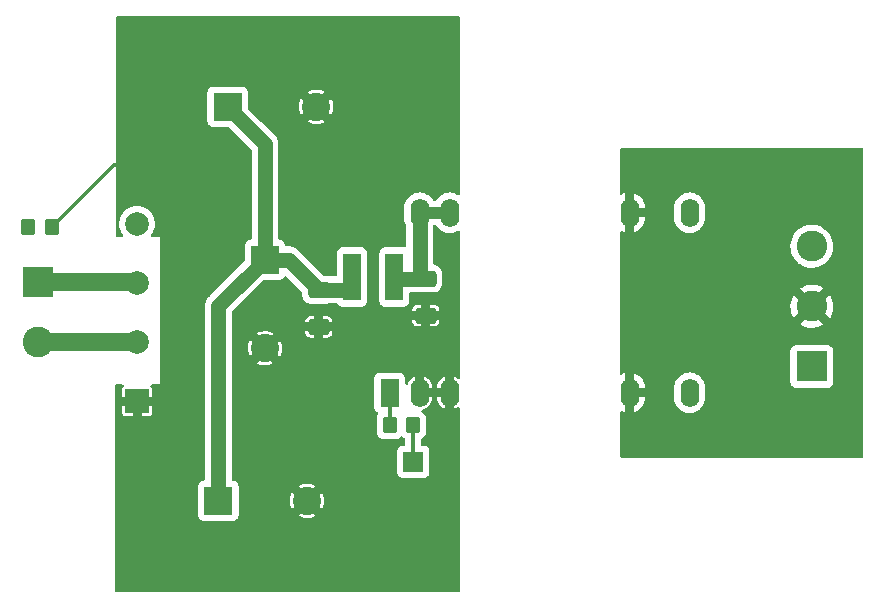
<source format=gbl>
G04 #@! TF.GenerationSoftware,KiCad,Pcbnew,(6.0.6)*
G04 #@! TF.CreationDate,2022-08-27T12:40:56+02:00*
G04 #@! TF.ProjectId,afe-power-supply,6166652d-706f-4776-9572-2d737570706c,rev?*
G04 #@! TF.SameCoordinates,Original*
G04 #@! TF.FileFunction,Copper,L2,Bot*
G04 #@! TF.FilePolarity,Positive*
%FSLAX46Y46*%
G04 Gerber Fmt 4.6, Leading zero omitted, Abs format (unit mm)*
G04 Created by KiCad (PCBNEW (6.0.6)) date 2022-08-27 12:40:56*
%MOMM*%
%LPD*%
G01*
G04 APERTURE LIST*
G04 Aperture macros list*
%AMRoundRect*
0 Rectangle with rounded corners*
0 $1 Rounding radius*
0 $2 $3 $4 $5 $6 $7 $8 $9 X,Y pos of 4 corners*
0 Add a 4 corners polygon primitive as box body*
4,1,4,$2,$3,$4,$5,$6,$7,$8,$9,$2,$3,0*
0 Add four circle primitives for the rounded corners*
1,1,$1+$1,$2,$3*
1,1,$1+$1,$4,$5*
1,1,$1+$1,$6,$7*
1,1,$1+$1,$8,$9*
0 Add four rect primitives between the rounded corners*
20,1,$1+$1,$2,$3,$4,$5,0*
20,1,$1+$1,$4,$5,$6,$7,0*
20,1,$1+$1,$6,$7,$8,$9,0*
20,1,$1+$1,$8,$9,$2,$3,0*%
G04 Aperture macros list end*
G04 #@! TA.AperFunction,ComponentPad*
%ADD10R,2.400000X2.400000*%
G04 #@! TD*
G04 #@! TA.AperFunction,ComponentPad*
%ADD11C,2.400000*%
G04 #@! TD*
G04 #@! TA.AperFunction,ComponentPad*
%ADD12R,2.600000X2.600000*%
G04 #@! TD*
G04 #@! TA.AperFunction,ComponentPad*
%ADD13C,2.600000*%
G04 #@! TD*
G04 #@! TA.AperFunction,ComponentPad*
%ADD14R,1.700000X1.700000*%
G04 #@! TD*
G04 #@! TA.AperFunction,ComponentPad*
%ADD15R,1.600000X2.400000*%
G04 #@! TD*
G04 #@! TA.AperFunction,ComponentPad*
%ADD16O,1.600000X2.400000*%
G04 #@! TD*
G04 #@! TA.AperFunction,ComponentPad*
%ADD17R,2.000000X2.000000*%
G04 #@! TD*
G04 #@! TA.AperFunction,ComponentPad*
%ADD18C,2.000000*%
G04 #@! TD*
G04 #@! TA.AperFunction,SMDPad,CuDef*
%ADD19RoundRect,0.250000X-0.650000X0.412500X-0.650000X-0.412500X0.650000X-0.412500X0.650000X0.412500X0*%
G04 #@! TD*
G04 #@! TA.AperFunction,SMDPad,CuDef*
%ADD20RoundRect,0.250000X-0.350000X-0.450000X0.350000X-0.450000X0.350000X0.450000X-0.350000X0.450000X0*%
G04 #@! TD*
G04 #@! TA.AperFunction,SMDPad,CuDef*
%ADD21R,1.500000X4.000000*%
G04 #@! TD*
G04 #@! TA.AperFunction,ViaPad*
%ADD22C,0.800000*%
G04 #@! TD*
G04 #@! TA.AperFunction,Conductor*
%ADD23C,1.250000*%
G04 #@! TD*
G04 #@! TA.AperFunction,Conductor*
%ADD24C,0.300000*%
G04 #@! TD*
G04 #@! TA.AperFunction,Conductor*
%ADD25C,1.000000*%
G04 #@! TD*
G04 #@! TA.AperFunction,Conductor*
%ADD26C,1.500000*%
G04 #@! TD*
G04 APERTURE END LIST*
D10*
X94537246Y-21200000D03*
D11*
X102037246Y-21200000D03*
D12*
X78495000Y-36055000D03*
D13*
X78495000Y-41135000D03*
D12*
X144000000Y-43160000D03*
D13*
X144000000Y-38080000D03*
X144000000Y-33000000D03*
D14*
X110250000Y-51250000D03*
D15*
X108250000Y-45400000D03*
D16*
X110790000Y-45400000D03*
X113330000Y-45400000D03*
X128570000Y-45400000D03*
X133650000Y-45400000D03*
X133650000Y-30160000D03*
X128570000Y-30160000D03*
X113330000Y-30160000D03*
X110790000Y-30160000D03*
D10*
X97700000Y-34137246D03*
D11*
X97700000Y-41637246D03*
D17*
X86867500Y-46107500D03*
D18*
X86867500Y-41107500D03*
X86867500Y-36107500D03*
X86867500Y-31107500D03*
D10*
X93750000Y-54550000D03*
D11*
X101250000Y-54550000D03*
D19*
X102250000Y-36687500D03*
X102250000Y-39812500D03*
X111300000Y-35737500D03*
X111300000Y-38862500D03*
D20*
X77650000Y-31400000D03*
X79650000Y-31400000D03*
D21*
X105050000Y-35600000D03*
X108650000Y-35600000D03*
D20*
X108250000Y-48150000D03*
X110250000Y-48150000D03*
D22*
X77600000Y-31400000D03*
D23*
X97700000Y-34137246D02*
X97700000Y-24362754D01*
X97700000Y-24362754D02*
X94537246Y-21200000D01*
X102250000Y-36687500D02*
X104987500Y-36687500D01*
X97700000Y-34137246D02*
X93750000Y-38087246D01*
X93750000Y-38087246D02*
X93750000Y-54550000D01*
X105050000Y-36625000D02*
X105050000Y-35600000D01*
X97700000Y-34137246D02*
X99699746Y-34137246D01*
X104987500Y-36687500D02*
X105050000Y-36625000D01*
X99699746Y-34137246D02*
X102250000Y-36687500D01*
D24*
X79650000Y-31400000D02*
X84900000Y-26150000D01*
X84900000Y-26150000D02*
X85400000Y-26150000D01*
D25*
X113330000Y-30160000D02*
X110790000Y-30160000D01*
D23*
X110790000Y-35227500D02*
X110790000Y-30160000D01*
X108787500Y-35737500D02*
X108650000Y-35600000D01*
X111300000Y-35737500D02*
X108787500Y-35737500D01*
X111300000Y-35737500D02*
X110790000Y-35227500D01*
D26*
X78495000Y-41135000D02*
X86840000Y-41135000D01*
X86840000Y-41135000D02*
X86867500Y-41107500D01*
X78495000Y-36055000D02*
X86815000Y-36055000D01*
X86815000Y-36055000D02*
X86867500Y-36107500D01*
D24*
X110250000Y-48150000D02*
X110250000Y-51250000D01*
X108250000Y-48150000D02*
X108250000Y-45400000D01*
G04 #@! TA.AperFunction,Conductor*
G36*
X148292121Y-24720002D02*
G01*
X148338614Y-24773658D01*
X148350000Y-24826000D01*
X148350000Y-50774000D01*
X148329998Y-50842121D01*
X148276342Y-50888614D01*
X148224000Y-50900000D01*
X127876000Y-50900000D01*
X127807879Y-50879998D01*
X127761386Y-50826342D01*
X127750000Y-50774000D01*
X127750000Y-47058626D01*
X127770002Y-46990505D01*
X127823658Y-46944012D01*
X127893932Y-46933908D01*
X127929250Y-46944431D01*
X128115950Y-47031491D01*
X128126240Y-47035236D01*
X128171501Y-47047364D01*
X128185600Y-47047029D01*
X128189000Y-47039088D01*
X128189000Y-47033938D01*
X128951000Y-47033938D01*
X128954973Y-47047469D01*
X128963521Y-47048698D01*
X129013760Y-47035236D01*
X129024050Y-47031491D01*
X129221511Y-46939414D01*
X129231007Y-46933931D01*
X129409467Y-46808972D01*
X129417875Y-46801916D01*
X129571916Y-46647875D01*
X129578972Y-46639467D01*
X129703931Y-46461007D01*
X129709414Y-46451511D01*
X129801490Y-46254053D01*
X129805236Y-46243761D01*
X129861625Y-46033312D01*
X129863528Y-46022519D01*
X129877762Y-45859830D01*
X129877880Y-45857127D01*
X132341500Y-45857127D01*
X132356457Y-46028087D01*
X132415716Y-46249243D01*
X132418039Y-46254224D01*
X132418039Y-46254225D01*
X132510151Y-46451762D01*
X132510154Y-46451767D01*
X132512477Y-46456749D01*
X132643802Y-46644300D01*
X132805700Y-46806198D01*
X132810208Y-46809355D01*
X132810211Y-46809357D01*
X132888389Y-46864098D01*
X132993251Y-46937523D01*
X132998233Y-46939846D01*
X132998238Y-46939849D01*
X133194767Y-47031491D01*
X133200757Y-47034284D01*
X133206065Y-47035706D01*
X133206067Y-47035707D01*
X133416598Y-47092119D01*
X133416600Y-47092119D01*
X133421913Y-47093543D01*
X133650000Y-47113498D01*
X133878087Y-47093543D01*
X133883400Y-47092119D01*
X133883402Y-47092119D01*
X134093933Y-47035707D01*
X134093935Y-47035706D01*
X134099243Y-47034284D01*
X134105233Y-47031491D01*
X134301762Y-46939849D01*
X134301767Y-46939846D01*
X134306749Y-46937523D01*
X134411611Y-46864098D01*
X134489789Y-46809357D01*
X134489792Y-46809355D01*
X134494300Y-46806198D01*
X134656198Y-46644300D01*
X134787523Y-46456749D01*
X134789846Y-46451767D01*
X134789849Y-46451762D01*
X134881961Y-46254225D01*
X134881961Y-46254224D01*
X134884284Y-46249243D01*
X134943543Y-46028087D01*
X134958500Y-45857127D01*
X134958500Y-44942873D01*
X134943543Y-44771913D01*
X134927996Y-44713891D01*
X134885707Y-44556067D01*
X134885706Y-44556065D01*
X134884284Y-44550757D01*
X134864409Y-44508134D01*
X142191500Y-44508134D01*
X142198255Y-44570316D01*
X142249385Y-44706705D01*
X142336739Y-44823261D01*
X142453295Y-44910615D01*
X142589684Y-44961745D01*
X142651866Y-44968500D01*
X145348134Y-44968500D01*
X145410316Y-44961745D01*
X145546705Y-44910615D01*
X145663261Y-44823261D01*
X145750615Y-44706705D01*
X145801745Y-44570316D01*
X145808500Y-44508134D01*
X145808500Y-41811866D01*
X145801745Y-41749684D01*
X145750615Y-41613295D01*
X145663261Y-41496739D01*
X145546705Y-41409385D01*
X145410316Y-41358255D01*
X145348134Y-41351500D01*
X142651866Y-41351500D01*
X142589684Y-41358255D01*
X142453295Y-41409385D01*
X142336739Y-41496739D01*
X142249385Y-41613295D01*
X142198255Y-41749684D01*
X142191500Y-41811866D01*
X142191500Y-44508134D01*
X134864409Y-44508134D01*
X134789849Y-44348238D01*
X134789846Y-44348233D01*
X134787523Y-44343251D01*
X134656198Y-44155700D01*
X134494300Y-43993802D01*
X134489792Y-43990645D01*
X134489789Y-43990643D01*
X134411611Y-43935902D01*
X134306749Y-43862477D01*
X134301767Y-43860154D01*
X134301762Y-43860151D01*
X134104225Y-43768039D01*
X134104224Y-43768039D01*
X134099243Y-43765716D01*
X134093935Y-43764294D01*
X134093933Y-43764293D01*
X133883402Y-43707881D01*
X133883400Y-43707881D01*
X133878087Y-43706457D01*
X133650000Y-43686502D01*
X133421913Y-43706457D01*
X133416600Y-43707881D01*
X133416598Y-43707881D01*
X133206067Y-43764293D01*
X133206065Y-43764294D01*
X133200757Y-43765716D01*
X133195776Y-43768039D01*
X133195775Y-43768039D01*
X132998238Y-43860151D01*
X132998233Y-43860154D01*
X132993251Y-43862477D01*
X132888389Y-43935902D01*
X132810211Y-43990643D01*
X132810208Y-43990645D01*
X132805700Y-43993802D01*
X132643802Y-44155700D01*
X132512477Y-44343251D01*
X132510154Y-44348233D01*
X132510151Y-44348238D01*
X132435591Y-44508134D01*
X132415716Y-44550757D01*
X132414294Y-44556065D01*
X132414293Y-44556067D01*
X132372004Y-44713891D01*
X132356457Y-44771913D01*
X132341500Y-44942873D01*
X132341500Y-45857127D01*
X129877880Y-45857127D01*
X129878000Y-45854365D01*
X129878000Y-45799115D01*
X129873525Y-45783876D01*
X129872135Y-45782671D01*
X129864452Y-45781000D01*
X128969115Y-45781000D01*
X128953876Y-45785475D01*
X128952671Y-45786865D01*
X128951000Y-45794548D01*
X128951000Y-47033938D01*
X128189000Y-47033938D01*
X128189000Y-45000885D01*
X128951000Y-45000885D01*
X128955475Y-45016124D01*
X128956865Y-45017329D01*
X128964548Y-45019000D01*
X129859885Y-45019000D01*
X129875124Y-45014525D01*
X129876329Y-45013135D01*
X129878000Y-45005452D01*
X129878000Y-44945635D01*
X129877762Y-44940170D01*
X129863528Y-44777481D01*
X129861625Y-44766688D01*
X129805236Y-44556239D01*
X129801490Y-44545947D01*
X129709414Y-44348489D01*
X129703931Y-44338993D01*
X129578972Y-44160533D01*
X129571916Y-44152125D01*
X129417875Y-43998084D01*
X129409467Y-43991028D01*
X129231007Y-43866069D01*
X129221511Y-43860586D01*
X129024050Y-43768509D01*
X129013760Y-43764764D01*
X128968499Y-43752636D01*
X128954400Y-43752971D01*
X128951000Y-43760912D01*
X128951000Y-45000885D01*
X128189000Y-45000885D01*
X128189000Y-43766062D01*
X128185027Y-43752531D01*
X128176479Y-43751302D01*
X128126240Y-43764764D01*
X128115950Y-43768509D01*
X127929250Y-43855569D01*
X127859059Y-43866230D01*
X127794246Y-43837250D01*
X127755389Y-43777831D01*
X127750000Y-43741374D01*
X127750000Y-39600887D01*
X143023463Y-39600887D01*
X143032176Y-39612407D01*
X143035452Y-39614809D01*
X143043351Y-39619745D01*
X143272905Y-39740519D01*
X143281454Y-39744236D01*
X143526327Y-39829749D01*
X143535336Y-39832163D01*
X143790166Y-39880544D01*
X143799423Y-39881598D01*
X144058607Y-39891783D01*
X144067921Y-39891457D01*
X144325753Y-39863220D01*
X144334930Y-39861519D01*
X144585758Y-39795481D01*
X144594574Y-39792445D01*
X144832880Y-39690062D01*
X144841167Y-39685748D01*
X144965224Y-39608979D01*
X144974640Y-39598479D01*
X144970752Y-39589567D01*
X144012812Y-38631627D01*
X143998868Y-38624013D01*
X143997035Y-38624144D01*
X143990420Y-38628395D01*
X143030121Y-39588694D01*
X143023463Y-39600887D01*
X127750000Y-39600887D01*
X127750000Y-38037211D01*
X142187775Y-38037211D01*
X142200220Y-38296288D01*
X142201356Y-38305543D01*
X142251961Y-38559945D01*
X142254449Y-38568917D01*
X142342095Y-38813033D01*
X142345895Y-38821568D01*
X142468659Y-39050044D01*
X142468832Y-39050314D01*
X142478198Y-39057342D01*
X142490613Y-39050572D01*
X143448373Y-38092812D01*
X143454751Y-38081132D01*
X144544013Y-38081132D01*
X144544144Y-38082965D01*
X144548395Y-38089580D01*
X145506399Y-39047584D01*
X145518779Y-39054344D01*
X145527120Y-39048100D01*
X145590825Y-38949058D01*
X145595279Y-38940855D01*
X145701807Y-38704370D01*
X145704997Y-38695605D01*
X145775402Y-38445972D01*
X145777262Y-38436830D01*
X145810187Y-38178019D01*
X145810668Y-38171733D01*
X145812987Y-38083160D01*
X145812836Y-38076851D01*
X145793501Y-37816663D01*
X145792125Y-37807457D01*
X145734878Y-37554467D01*
X145732154Y-37545556D01*
X145638143Y-37303806D01*
X145634132Y-37295397D01*
X145530119Y-37113413D01*
X145519955Y-37103637D01*
X145512056Y-37106759D01*
X144551627Y-38067188D01*
X144544013Y-38081132D01*
X143454751Y-38081132D01*
X143455987Y-38078868D01*
X143455856Y-38077035D01*
X143451605Y-38070420D01*
X142493099Y-37111914D01*
X142480719Y-37105154D01*
X142473198Y-37110784D01*
X142386971Y-37252882D01*
X142382733Y-37261199D01*
X142282432Y-37500389D01*
X142279471Y-37509239D01*
X142215628Y-37760625D01*
X142214006Y-37769822D01*
X142188020Y-38027885D01*
X142187775Y-38037211D01*
X127750000Y-38037211D01*
X127750000Y-36561565D01*
X143025584Y-36561565D01*
X143030158Y-36571343D01*
X143987188Y-37528373D01*
X144001132Y-37535987D01*
X144002965Y-37535856D01*
X144009580Y-37531605D01*
X144968308Y-36572877D01*
X144974692Y-36561187D01*
X144965280Y-36549077D01*
X144924041Y-36520468D01*
X144916013Y-36515740D01*
X144683376Y-36401016D01*
X144674743Y-36397528D01*
X144427703Y-36318450D01*
X144418643Y-36316274D01*
X144162630Y-36274580D01*
X144153343Y-36273768D01*
X143893992Y-36270373D01*
X143884681Y-36270943D01*
X143627682Y-36305919D01*
X143618546Y-36307860D01*
X143369543Y-36380439D01*
X143360800Y-36383707D01*
X143125254Y-36492295D01*
X143117098Y-36496815D01*
X143034720Y-36550825D01*
X143025584Y-36561565D01*
X127750000Y-36561565D01*
X127750000Y-32952526D01*
X142187050Y-32952526D01*
X142199947Y-33221019D01*
X142252388Y-33484656D01*
X142343220Y-33737646D01*
X142470450Y-33974431D01*
X142473241Y-33978168D01*
X142473245Y-33978175D01*
X142554887Y-34087506D01*
X142631281Y-34189810D01*
X142634590Y-34193090D01*
X142634595Y-34193096D01*
X142818863Y-34375762D01*
X142822180Y-34379050D01*
X142825942Y-34381808D01*
X142825945Y-34381811D01*
X142938299Y-34464192D01*
X143038954Y-34537995D01*
X143043089Y-34540171D01*
X143043093Y-34540173D01*
X143272698Y-34660975D01*
X143276840Y-34663154D01*
X143530613Y-34751775D01*
X143535206Y-34752647D01*
X143790109Y-34801042D01*
X143790112Y-34801042D01*
X143794698Y-34801913D01*
X143922370Y-34806929D01*
X144058625Y-34812283D01*
X144058630Y-34812283D01*
X144063293Y-34812466D01*
X144167607Y-34801042D01*
X144325844Y-34783713D01*
X144325850Y-34783712D01*
X144330497Y-34783203D01*
X144335021Y-34782012D01*
X144585918Y-34715956D01*
X144585920Y-34715955D01*
X144590441Y-34714765D01*
X144594738Y-34712919D01*
X144833120Y-34610502D01*
X144833122Y-34610501D01*
X144837414Y-34608657D01*
X144956071Y-34535230D01*
X145062017Y-34469669D01*
X145062021Y-34469666D01*
X145065990Y-34467210D01*
X145271149Y-34293530D01*
X145448382Y-34091434D01*
X145593797Y-33865361D01*
X145704199Y-33620278D01*
X145741209Y-33489051D01*
X145775893Y-33366072D01*
X145775894Y-33366069D01*
X145777163Y-33361568D01*
X145795043Y-33221019D01*
X145810688Y-33098045D01*
X145810688Y-33098041D01*
X145811086Y-33094915D01*
X145813571Y-33000000D01*
X145793650Y-32731937D01*
X145734327Y-32469763D01*
X145636902Y-32219238D01*
X145503518Y-31985864D01*
X145337105Y-31774769D01*
X145141317Y-31590591D01*
X144920457Y-31437374D01*
X144916264Y-31435306D01*
X144683564Y-31320551D01*
X144683561Y-31320550D01*
X144679376Y-31318486D01*
X144631745Y-31303239D01*
X144577621Y-31285914D01*
X144423370Y-31236538D01*
X144418763Y-31235788D01*
X144418760Y-31235787D01*
X144162674Y-31194081D01*
X144162675Y-31194081D01*
X144158063Y-31193330D01*
X144027719Y-31191624D01*
X143893961Y-31189873D01*
X143893958Y-31189873D01*
X143889284Y-31189812D01*
X143622937Y-31226060D01*
X143364874Y-31301278D01*
X143120763Y-31413815D01*
X143116854Y-31416378D01*
X142899881Y-31558631D01*
X142899876Y-31558635D01*
X142895968Y-31561197D01*
X142695426Y-31740188D01*
X142523544Y-31946854D01*
X142384096Y-32176656D01*
X142280148Y-32424545D01*
X142213981Y-32685077D01*
X142187050Y-32952526D01*
X127750000Y-32952526D01*
X127750000Y-31818626D01*
X127770002Y-31750505D01*
X127823658Y-31704012D01*
X127893932Y-31693908D01*
X127929250Y-31704431D01*
X128115950Y-31791491D01*
X128126240Y-31795236D01*
X128171501Y-31807364D01*
X128185600Y-31807029D01*
X128189000Y-31799088D01*
X128189000Y-31793938D01*
X128951000Y-31793938D01*
X128954973Y-31807469D01*
X128963521Y-31808698D01*
X129013760Y-31795236D01*
X129024050Y-31791491D01*
X129221511Y-31699414D01*
X129231007Y-31693931D01*
X129409467Y-31568972D01*
X129417875Y-31561916D01*
X129571916Y-31407875D01*
X129578972Y-31399467D01*
X129703931Y-31221007D01*
X129709414Y-31211511D01*
X129801490Y-31014053D01*
X129805236Y-31003761D01*
X129861625Y-30793312D01*
X129863528Y-30782519D01*
X129877762Y-30619830D01*
X129877880Y-30617127D01*
X132341500Y-30617127D01*
X132356457Y-30788087D01*
X132415716Y-31009243D01*
X132418039Y-31014224D01*
X132418039Y-31014225D01*
X132510151Y-31211762D01*
X132510154Y-31211767D01*
X132512477Y-31216749D01*
X132643802Y-31404300D01*
X132805700Y-31566198D01*
X132810208Y-31569355D01*
X132810211Y-31569357D01*
X132845115Y-31593797D01*
X132993251Y-31697523D01*
X132998233Y-31699846D01*
X132998238Y-31699849D01*
X133194767Y-31791491D01*
X133200757Y-31794284D01*
X133206065Y-31795706D01*
X133206067Y-31795707D01*
X133416598Y-31852119D01*
X133416600Y-31852119D01*
X133421913Y-31853543D01*
X133650000Y-31873498D01*
X133878087Y-31853543D01*
X133883400Y-31852119D01*
X133883402Y-31852119D01*
X134093933Y-31795707D01*
X134093935Y-31795706D01*
X134099243Y-31794284D01*
X134105233Y-31791491D01*
X134301762Y-31699849D01*
X134301767Y-31699846D01*
X134306749Y-31697523D01*
X134454885Y-31593797D01*
X134489789Y-31569357D01*
X134489792Y-31569355D01*
X134494300Y-31566198D01*
X134656198Y-31404300D01*
X134787523Y-31216749D01*
X134789846Y-31211767D01*
X134789849Y-31211762D01*
X134881961Y-31014225D01*
X134881961Y-31014224D01*
X134884284Y-31009243D01*
X134943543Y-30788087D01*
X134958500Y-30617127D01*
X134958500Y-29702873D01*
X134943543Y-29531913D01*
X134884284Y-29310757D01*
X134789966Y-29108489D01*
X134789849Y-29108238D01*
X134789846Y-29108233D01*
X134787523Y-29103251D01*
X134656198Y-28915700D01*
X134494300Y-28753802D01*
X134489792Y-28750645D01*
X134489789Y-28750643D01*
X134411611Y-28695902D01*
X134306749Y-28622477D01*
X134301767Y-28620154D01*
X134301762Y-28620151D01*
X134104225Y-28528039D01*
X134104224Y-28528039D01*
X134099243Y-28525716D01*
X134093935Y-28524294D01*
X134093933Y-28524293D01*
X133883402Y-28467881D01*
X133883400Y-28467881D01*
X133878087Y-28466457D01*
X133650000Y-28446502D01*
X133421913Y-28466457D01*
X133416600Y-28467881D01*
X133416598Y-28467881D01*
X133206067Y-28524293D01*
X133206065Y-28524294D01*
X133200757Y-28525716D01*
X133195776Y-28528039D01*
X133195775Y-28528039D01*
X132998238Y-28620151D01*
X132998233Y-28620154D01*
X132993251Y-28622477D01*
X132888389Y-28695902D01*
X132810211Y-28750643D01*
X132810208Y-28750645D01*
X132805700Y-28753802D01*
X132643802Y-28915700D01*
X132512477Y-29103251D01*
X132510154Y-29108233D01*
X132510151Y-29108238D01*
X132510034Y-29108489D01*
X132415716Y-29310757D01*
X132356457Y-29531913D01*
X132341500Y-29702873D01*
X132341500Y-30617127D01*
X129877880Y-30617127D01*
X129878000Y-30614365D01*
X129878000Y-30559115D01*
X129873525Y-30543876D01*
X129872135Y-30542671D01*
X129864452Y-30541000D01*
X128969115Y-30541000D01*
X128953876Y-30545475D01*
X128952671Y-30546865D01*
X128951000Y-30554548D01*
X128951000Y-31793938D01*
X128189000Y-31793938D01*
X128189000Y-29760885D01*
X128951000Y-29760885D01*
X128955475Y-29776124D01*
X128956865Y-29777329D01*
X128964548Y-29779000D01*
X129859885Y-29779000D01*
X129875124Y-29774525D01*
X129876329Y-29773135D01*
X129878000Y-29765452D01*
X129878000Y-29705635D01*
X129877762Y-29700170D01*
X129863528Y-29537481D01*
X129861625Y-29526688D01*
X129805236Y-29316239D01*
X129801490Y-29305947D01*
X129709414Y-29108489D01*
X129703931Y-29098993D01*
X129578972Y-28920533D01*
X129571916Y-28912125D01*
X129417875Y-28758084D01*
X129409467Y-28751028D01*
X129231007Y-28626069D01*
X129221511Y-28620586D01*
X129024050Y-28528509D01*
X129013760Y-28524764D01*
X128968499Y-28512636D01*
X128954400Y-28512971D01*
X128951000Y-28520912D01*
X128951000Y-29760885D01*
X128189000Y-29760885D01*
X128189000Y-28526062D01*
X128185027Y-28512531D01*
X128176479Y-28511302D01*
X128126240Y-28524764D01*
X128115950Y-28528509D01*
X127929250Y-28615569D01*
X127859059Y-28626230D01*
X127794246Y-28597250D01*
X127755389Y-28537831D01*
X127750000Y-28501374D01*
X127750000Y-24826000D01*
X127770002Y-24757879D01*
X127823658Y-24711386D01*
X127876000Y-24700000D01*
X148224000Y-24700000D01*
X148292121Y-24720002D01*
G37*
G04 #@! TD.AperFunction*
G04 #@! TA.AperFunction,Conductor*
G36*
X114142121Y-13520002D02*
G01*
X114188614Y-13573658D01*
X114200000Y-13626000D01*
X114200000Y-28529753D01*
X114179998Y-28597874D01*
X114126342Y-28644367D01*
X114056068Y-28654471D01*
X114001730Y-28632967D01*
X113986749Y-28622477D01*
X113981767Y-28620154D01*
X113981762Y-28620151D01*
X113784225Y-28528039D01*
X113784224Y-28528039D01*
X113779243Y-28525716D01*
X113773935Y-28524294D01*
X113773933Y-28524293D01*
X113563402Y-28467881D01*
X113563400Y-28467881D01*
X113558087Y-28466457D01*
X113330000Y-28446502D01*
X113101913Y-28466457D01*
X113096600Y-28467881D01*
X113096598Y-28467881D01*
X112886067Y-28524293D01*
X112886065Y-28524294D01*
X112880757Y-28525716D01*
X112875776Y-28528039D01*
X112875775Y-28528039D01*
X112678238Y-28620151D01*
X112678233Y-28620154D01*
X112673251Y-28622477D01*
X112658270Y-28632967D01*
X112490211Y-28750643D01*
X112490208Y-28750645D01*
X112485700Y-28753802D01*
X112323802Y-28915700D01*
X112320645Y-28920208D01*
X112320643Y-28920211D01*
X112196314Y-29097771D01*
X112140857Y-29142099D01*
X112093101Y-29151500D01*
X112026899Y-29151500D01*
X111958778Y-29131498D01*
X111923686Y-29097771D01*
X111799357Y-28920211D01*
X111799355Y-28920208D01*
X111796198Y-28915700D01*
X111634300Y-28753802D01*
X111629792Y-28750645D01*
X111629789Y-28750643D01*
X111461730Y-28632967D01*
X111446749Y-28622477D01*
X111441767Y-28620154D01*
X111441762Y-28620151D01*
X111244225Y-28528039D01*
X111244224Y-28528039D01*
X111239243Y-28525716D01*
X111233935Y-28524294D01*
X111233933Y-28524293D01*
X111023402Y-28467881D01*
X111023400Y-28467881D01*
X111018087Y-28466457D01*
X110790000Y-28446502D01*
X110561913Y-28466457D01*
X110556600Y-28467881D01*
X110556598Y-28467881D01*
X110346067Y-28524293D01*
X110346065Y-28524294D01*
X110340757Y-28525716D01*
X110335776Y-28528039D01*
X110335775Y-28528039D01*
X110138238Y-28620151D01*
X110138233Y-28620154D01*
X110133251Y-28622477D01*
X110118270Y-28632967D01*
X109950211Y-28750643D01*
X109950208Y-28750645D01*
X109945700Y-28753802D01*
X109783802Y-28915700D01*
X109652477Y-29103251D01*
X109650154Y-29108233D01*
X109650151Y-29108238D01*
X109639305Y-29131498D01*
X109555716Y-29310757D01*
X109496457Y-29531913D01*
X109481500Y-29702873D01*
X109481500Y-30617127D01*
X109496457Y-30788087D01*
X109555716Y-31009243D01*
X109558039Y-31014224D01*
X109558039Y-31014225D01*
X109644695Y-31200060D01*
X109656500Y-31253310D01*
X109656500Y-32974556D01*
X109636498Y-33042677D01*
X109582842Y-33089170D01*
X109512905Y-33099226D01*
X109510316Y-33098255D01*
X109503104Y-33097472D01*
X109503101Y-33097471D01*
X109451531Y-33091869D01*
X109448134Y-33091500D01*
X107851866Y-33091500D01*
X107789684Y-33098255D01*
X107653295Y-33149385D01*
X107536739Y-33236739D01*
X107449385Y-33353295D01*
X107398255Y-33489684D01*
X107391500Y-33551866D01*
X107391500Y-37648134D01*
X107398255Y-37710316D01*
X107449385Y-37846705D01*
X107536739Y-37963261D01*
X107653295Y-38050615D01*
X107789684Y-38101745D01*
X107851866Y-38108500D01*
X109448134Y-38108500D01*
X109510316Y-38101745D01*
X109646705Y-38050615D01*
X109763261Y-37963261D01*
X109850615Y-37846705D01*
X109901745Y-37710316D01*
X109908500Y-37648134D01*
X109908500Y-36997000D01*
X109928502Y-36928879D01*
X109982158Y-36882386D01*
X110034500Y-36871000D01*
X110393998Y-36871000D01*
X110433664Y-36877407D01*
X110495139Y-36897797D01*
X110501975Y-36898497D01*
X110501978Y-36898498D01*
X110545031Y-36902909D01*
X110599600Y-36908500D01*
X112000400Y-36908500D01*
X112003646Y-36908163D01*
X112003650Y-36908163D01*
X112099308Y-36898238D01*
X112099312Y-36898237D01*
X112106166Y-36897526D01*
X112112702Y-36895345D01*
X112112704Y-36895345D01*
X112266998Y-36843868D01*
X112273946Y-36841550D01*
X112424348Y-36748478D01*
X112549305Y-36623303D01*
X112642115Y-36472738D01*
X112697797Y-36304861D01*
X112708500Y-36200400D01*
X112708500Y-35274600D01*
X112708163Y-35271350D01*
X112698238Y-35175692D01*
X112698237Y-35175688D01*
X112697526Y-35168834D01*
X112641550Y-35001054D01*
X112548478Y-34850652D01*
X112509141Y-34811383D01*
X112428483Y-34730866D01*
X112423303Y-34725695D01*
X112272738Y-34632885D01*
X112156513Y-34594335D01*
X112111389Y-34579368D01*
X112111387Y-34579368D01*
X112104861Y-34577203D01*
X112098023Y-34576502D01*
X112098021Y-34576502D01*
X112036658Y-34570215D01*
X111970930Y-34543374D01*
X111930148Y-34485259D01*
X111923500Y-34444871D01*
X111923500Y-31294500D01*
X111943502Y-31226379D01*
X111997158Y-31179886D01*
X112049500Y-31168500D01*
X112093101Y-31168500D01*
X112161222Y-31188502D01*
X112196314Y-31222229D01*
X112323802Y-31404300D01*
X112485700Y-31566198D01*
X112490208Y-31569355D01*
X112490211Y-31569357D01*
X112568389Y-31624098D01*
X112673251Y-31697523D01*
X112678233Y-31699846D01*
X112678238Y-31699849D01*
X112875775Y-31791961D01*
X112880757Y-31794284D01*
X112886065Y-31795706D01*
X112886067Y-31795707D01*
X113096598Y-31852119D01*
X113096600Y-31852119D01*
X113101913Y-31853543D01*
X113330000Y-31873498D01*
X113558087Y-31853543D01*
X113563400Y-31852119D01*
X113563402Y-31852119D01*
X113773933Y-31795707D01*
X113773935Y-31795706D01*
X113779243Y-31794284D01*
X113784225Y-31791961D01*
X113981762Y-31699849D01*
X113981767Y-31699846D01*
X113986749Y-31697523D01*
X114001730Y-31687033D01*
X114069004Y-31664346D01*
X114137864Y-31681631D01*
X114186448Y-31733401D01*
X114200000Y-31790247D01*
X114200000Y-44083984D01*
X114179998Y-44152105D01*
X114126342Y-44198598D01*
X114056068Y-44208702D01*
X113993684Y-44181069D01*
X113926986Y-44125892D01*
X113916820Y-44119035D01*
X113745839Y-44026586D01*
X113734534Y-44021834D01*
X113728306Y-44019906D01*
X113714205Y-44019700D01*
X113711000Y-44026456D01*
X113711000Y-46768499D01*
X113714973Y-46782030D01*
X113722381Y-46783095D01*
X113732205Y-46779126D01*
X113904464Y-46689071D01*
X113914731Y-46682353D01*
X113995048Y-46617776D01*
X114060670Y-46590679D01*
X114130524Y-46603362D01*
X114182433Y-46651798D01*
X114200000Y-46715972D01*
X114200000Y-62124000D01*
X114179998Y-62192121D01*
X114126342Y-62238614D01*
X114074000Y-62250000D01*
X85126000Y-62250000D01*
X85057879Y-62229998D01*
X85011386Y-62176342D01*
X85000000Y-62124000D01*
X85000000Y-55798134D01*
X92041500Y-55798134D01*
X92048255Y-55860316D01*
X92099385Y-55996705D01*
X92186739Y-56113261D01*
X92303295Y-56200615D01*
X92439684Y-56251745D01*
X92501866Y-56258500D01*
X94998134Y-56258500D01*
X95060316Y-56251745D01*
X95196705Y-56200615D01*
X95313261Y-56113261D01*
X95400615Y-55996705D01*
X95451745Y-55860316D01*
X95457072Y-55811279D01*
X100533156Y-55811279D01*
X100538437Y-55818333D01*
X100615136Y-55863153D01*
X100624419Y-55867600D01*
X100838126Y-55949207D01*
X100848028Y-55952084D01*
X101072175Y-55997687D01*
X101082427Y-55998910D01*
X101311020Y-56007292D01*
X101321306Y-56006825D01*
X101548209Y-55977758D01*
X101558295Y-55975615D01*
X101777399Y-55909880D01*
X101786994Y-55906119D01*
X101958863Y-55821921D01*
X101969270Y-55812398D01*
X101967209Y-55806024D01*
X101262812Y-55101627D01*
X101248868Y-55094013D01*
X101247035Y-55094144D01*
X101240420Y-55098395D01*
X100539916Y-55798899D01*
X100533156Y-55811279D01*
X95457072Y-55811279D01*
X95458500Y-55798134D01*
X95458500Y-54519510D01*
X99791750Y-54519510D01*
X99804918Y-54747882D01*
X99806354Y-54758103D01*
X99856644Y-54981253D01*
X99859724Y-54991081D01*
X99945788Y-55203035D01*
X99950433Y-55212231D01*
X99978402Y-55257872D01*
X99988858Y-55267333D01*
X99997636Y-55263549D01*
X100698373Y-54562812D01*
X100704751Y-54551132D01*
X101794013Y-54551132D01*
X101794144Y-54552965D01*
X101798395Y-54559580D01*
X102500897Y-55262082D01*
X102513277Y-55268842D01*
X102518710Y-55264775D01*
X102604237Y-55091722D01*
X102608031Y-55082140D01*
X102674531Y-54863263D01*
X102676708Y-54853193D01*
X102706804Y-54624593D01*
X102707323Y-54617919D01*
X102708901Y-54553364D01*
X102708707Y-54546646D01*
X102689816Y-54316871D01*
X102688131Y-54306691D01*
X102632404Y-54084832D01*
X102629084Y-54075081D01*
X102537870Y-53865301D01*
X102532997Y-53856212D01*
X102523042Y-53840823D01*
X102512357Y-53831621D01*
X102502791Y-53836024D01*
X101801627Y-54537188D01*
X101794013Y-54551132D01*
X100704751Y-54551132D01*
X100705987Y-54548868D01*
X100705856Y-54547035D01*
X100701605Y-54540420D01*
X99997928Y-53836743D01*
X99986393Y-53830444D01*
X99977780Y-53837193D01*
X99882934Y-54041521D01*
X99879371Y-54051208D01*
X99818242Y-54271631D01*
X99816311Y-54281751D01*
X99792002Y-54509221D01*
X99791750Y-54519510D01*
X95458500Y-54519510D01*
X95458500Y-53301866D01*
X95457087Y-53288859D01*
X100532169Y-53288859D01*
X100534595Y-53295780D01*
X101237188Y-53998373D01*
X101251132Y-54005987D01*
X101252965Y-54005856D01*
X101259580Y-54001605D01*
X101960180Y-53301005D01*
X101966940Y-53288625D01*
X101962126Y-53282195D01*
X101852604Y-53221735D01*
X101843193Y-53217505D01*
X101627566Y-53141147D01*
X101617595Y-53138513D01*
X101392391Y-53098398D01*
X101382138Y-53097429D01*
X101153395Y-53094634D01*
X101143112Y-53095354D01*
X100916997Y-53129955D01*
X100906969Y-53132344D01*
X100689539Y-53203409D01*
X100680031Y-53207406D01*
X100542336Y-53279087D01*
X100532169Y-53288859D01*
X95457087Y-53288859D01*
X95451745Y-53239684D01*
X95400615Y-53103295D01*
X95313261Y-52986739D01*
X95196705Y-52899385D01*
X95060316Y-52848255D01*
X94998134Y-52841500D01*
X94998258Y-52840361D01*
X94935766Y-52818289D01*
X94892232Y-52762206D01*
X94883500Y-52716116D01*
X94883500Y-46648134D01*
X106941500Y-46648134D01*
X106948255Y-46710316D01*
X106999385Y-46846705D01*
X107086739Y-46963261D01*
X107203295Y-47050615D01*
X107211704Y-47053767D01*
X107211707Y-47053769D01*
X107227201Y-47059578D01*
X107283965Y-47102220D01*
X107308664Y-47168782D01*
X107290230Y-47243675D01*
X107218632Y-47359828D01*
X107207885Y-47377262D01*
X107152203Y-47545139D01*
X107141500Y-47649600D01*
X107141500Y-48650400D01*
X107152474Y-48756166D01*
X107208450Y-48923946D01*
X107301522Y-49074348D01*
X107426697Y-49199305D01*
X107432927Y-49203145D01*
X107432928Y-49203146D01*
X107570090Y-49287694D01*
X107577262Y-49292115D01*
X107651535Y-49316750D01*
X107738611Y-49345632D01*
X107738613Y-49345632D01*
X107745139Y-49347797D01*
X107751975Y-49348497D01*
X107751978Y-49348498D01*
X107795031Y-49352909D01*
X107849600Y-49358500D01*
X108650400Y-49358500D01*
X108653646Y-49358163D01*
X108653650Y-49358163D01*
X108749308Y-49348238D01*
X108749312Y-49348237D01*
X108756166Y-49347526D01*
X108762702Y-49345345D01*
X108762704Y-49345345D01*
X108908501Y-49296703D01*
X108923946Y-49291550D01*
X109074348Y-49198478D01*
X109160784Y-49111891D01*
X109223066Y-49077812D01*
X109293886Y-49082815D01*
X109338976Y-49111736D01*
X109426697Y-49199305D01*
X109432927Y-49203145D01*
X109432928Y-49203146D01*
X109531616Y-49263978D01*
X109579109Y-49316750D01*
X109591500Y-49371238D01*
X109591500Y-49765500D01*
X109571498Y-49833621D01*
X109517842Y-49880114D01*
X109465500Y-49891500D01*
X109351866Y-49891500D01*
X109289684Y-49898255D01*
X109153295Y-49949385D01*
X109036739Y-50036739D01*
X108949385Y-50153295D01*
X108898255Y-50289684D01*
X108891500Y-50351866D01*
X108891500Y-52148134D01*
X108898255Y-52210316D01*
X108949385Y-52346705D01*
X109036739Y-52463261D01*
X109153295Y-52550615D01*
X109289684Y-52601745D01*
X109351866Y-52608500D01*
X111148134Y-52608500D01*
X111210316Y-52601745D01*
X111346705Y-52550615D01*
X111463261Y-52463261D01*
X111550615Y-52346705D01*
X111601745Y-52210316D01*
X111608500Y-52148134D01*
X111608500Y-50351866D01*
X111601745Y-50289684D01*
X111550615Y-50153295D01*
X111463261Y-50036739D01*
X111346705Y-49949385D01*
X111210316Y-49898255D01*
X111148134Y-49891500D01*
X111034500Y-49891500D01*
X110966379Y-49871498D01*
X110919886Y-49817842D01*
X110908500Y-49765500D01*
X110908500Y-49371311D01*
X110928502Y-49303190D01*
X110968196Y-49264167D01*
X111074348Y-49198478D01*
X111199305Y-49073303D01*
X111292115Y-48922738D01*
X111347797Y-48754861D01*
X111358500Y-48650400D01*
X111358500Y-47649600D01*
X111347526Y-47543834D01*
X111291550Y-47376054D01*
X111198478Y-47225652D01*
X111073303Y-47100695D01*
X111000634Y-47055901D01*
X110953141Y-47003129D01*
X110941717Y-46933057D01*
X110969991Y-46867933D01*
X111031175Y-46827767D01*
X111180837Y-46783719D01*
X111192205Y-46779126D01*
X111364464Y-46689071D01*
X111374725Y-46682357D01*
X111526213Y-46560557D01*
X111534973Y-46551979D01*
X111659920Y-46403074D01*
X111666844Y-46392963D01*
X111760490Y-46222619D01*
X111765318Y-46211355D01*
X111824094Y-46026069D01*
X111826642Y-46014080D01*
X111843607Y-45862836D01*
X111844000Y-45855812D01*
X111844000Y-45848932D01*
X112276000Y-45848932D01*
X112276301Y-45855080D01*
X112290469Y-45999581D01*
X112292852Y-46011616D01*
X112349032Y-46197692D01*
X112353706Y-46209033D01*
X112444957Y-46380651D01*
X112451751Y-46390876D01*
X112574605Y-46541509D01*
X112583234Y-46550199D01*
X112733014Y-46674109D01*
X112743180Y-46680965D01*
X112914161Y-46773414D01*
X112925466Y-46778166D01*
X112931694Y-46780094D01*
X112945795Y-46780300D01*
X112949000Y-46773544D01*
X112949000Y-45799115D01*
X112944525Y-45783876D01*
X112943135Y-45782671D01*
X112935452Y-45781000D01*
X112294115Y-45781000D01*
X112278876Y-45785475D01*
X112277671Y-45786865D01*
X112276000Y-45794548D01*
X112276000Y-45848932D01*
X111844000Y-45848932D01*
X111844000Y-45799115D01*
X111839525Y-45783876D01*
X111838135Y-45782671D01*
X111830452Y-45781000D01*
X110535000Y-45781000D01*
X110466879Y-45760998D01*
X110420386Y-45707342D01*
X110409000Y-45655000D01*
X110409000Y-45000885D01*
X111171000Y-45000885D01*
X111175475Y-45016124D01*
X111176865Y-45017329D01*
X111184548Y-45019000D01*
X111825885Y-45019000D01*
X111841124Y-45014525D01*
X111842329Y-45013135D01*
X111844000Y-45005452D01*
X111844000Y-45000885D01*
X112276000Y-45000885D01*
X112280475Y-45016124D01*
X112281865Y-45017329D01*
X112289548Y-45019000D01*
X112930885Y-45019000D01*
X112946124Y-45014525D01*
X112947329Y-45013135D01*
X112949000Y-45005452D01*
X112949000Y-44031501D01*
X112945027Y-44017970D01*
X112937619Y-44016905D01*
X112927795Y-44020874D01*
X112755536Y-44110929D01*
X112745275Y-44117643D01*
X112593787Y-44239443D01*
X112585027Y-44248021D01*
X112460080Y-44396926D01*
X112453156Y-44407037D01*
X112359510Y-44577381D01*
X112354682Y-44588645D01*
X112295906Y-44773931D01*
X112293358Y-44785920D01*
X112276393Y-44937164D01*
X112276000Y-44944188D01*
X112276000Y-45000885D01*
X111844000Y-45000885D01*
X111844000Y-44951068D01*
X111843699Y-44944920D01*
X111829531Y-44800419D01*
X111827148Y-44788384D01*
X111770968Y-44602308D01*
X111766294Y-44590967D01*
X111675043Y-44419349D01*
X111668249Y-44409124D01*
X111545395Y-44258491D01*
X111536766Y-44249801D01*
X111386986Y-44125891D01*
X111376820Y-44119035D01*
X111205839Y-44026586D01*
X111194534Y-44021834D01*
X111188306Y-44019906D01*
X111174205Y-44019700D01*
X111171000Y-44026456D01*
X111171000Y-45000885D01*
X110409000Y-45000885D01*
X110409000Y-44031501D01*
X110405027Y-44017970D01*
X110397619Y-44016905D01*
X110387795Y-44020874D01*
X110215536Y-44110929D01*
X110205275Y-44117643D01*
X110053787Y-44239443D01*
X110045027Y-44248021D01*
X109920080Y-44396926D01*
X109913156Y-44407037D01*
X109819510Y-44577381D01*
X109814682Y-44588645D01*
X109804602Y-44620422D01*
X109764939Y-44679306D01*
X109699737Y-44707398D01*
X109629697Y-44695781D01*
X109577057Y-44648141D01*
X109558500Y-44582323D01*
X109558500Y-44151866D01*
X109551745Y-44089684D01*
X109500615Y-43953295D01*
X109413261Y-43836739D01*
X109296705Y-43749385D01*
X109160316Y-43698255D01*
X109098134Y-43691500D01*
X107401866Y-43691500D01*
X107339684Y-43698255D01*
X107203295Y-43749385D01*
X107086739Y-43836739D01*
X106999385Y-43953295D01*
X106948255Y-44089684D01*
X106941500Y-44151866D01*
X106941500Y-46648134D01*
X94883500Y-46648134D01*
X94883500Y-42898525D01*
X96983156Y-42898525D01*
X96988437Y-42905579D01*
X97065136Y-42950399D01*
X97074419Y-42954846D01*
X97288126Y-43036453D01*
X97298028Y-43039330D01*
X97522175Y-43084933D01*
X97532427Y-43086156D01*
X97761020Y-43094538D01*
X97771306Y-43094071D01*
X97998209Y-43065004D01*
X98008295Y-43062861D01*
X98227399Y-42997126D01*
X98236994Y-42993365D01*
X98408863Y-42909167D01*
X98419270Y-42899644D01*
X98417209Y-42893270D01*
X97712812Y-42188873D01*
X97698868Y-42181259D01*
X97697035Y-42181390D01*
X97690420Y-42185641D01*
X96989916Y-42886145D01*
X96983156Y-42898525D01*
X94883500Y-42898525D01*
X94883500Y-41606756D01*
X96241750Y-41606756D01*
X96254918Y-41835128D01*
X96256354Y-41845349D01*
X96306644Y-42068499D01*
X96309724Y-42078327D01*
X96395788Y-42290281D01*
X96400433Y-42299477D01*
X96428402Y-42345118D01*
X96438858Y-42354579D01*
X96447636Y-42350795D01*
X97148373Y-41650058D01*
X97154751Y-41638378D01*
X98244013Y-41638378D01*
X98244144Y-41640211D01*
X98248395Y-41646826D01*
X98950897Y-42349328D01*
X98963277Y-42356088D01*
X98968710Y-42352021D01*
X99054237Y-42178968D01*
X99058031Y-42169386D01*
X99124531Y-41950509D01*
X99126708Y-41940439D01*
X99156804Y-41711839D01*
X99157323Y-41705165D01*
X99158901Y-41640610D01*
X99158707Y-41633892D01*
X99139816Y-41404117D01*
X99138131Y-41393937D01*
X99082404Y-41172078D01*
X99079084Y-41162327D01*
X98987870Y-40952547D01*
X98982997Y-40943458D01*
X98973042Y-40928069D01*
X98962357Y-40918867D01*
X98952791Y-40923270D01*
X98251627Y-41624434D01*
X98244013Y-41638378D01*
X97154751Y-41638378D01*
X97155987Y-41636114D01*
X97155856Y-41634281D01*
X97151605Y-41627666D01*
X96447928Y-40923989D01*
X96436393Y-40917690D01*
X96427780Y-40924439D01*
X96332934Y-41128767D01*
X96329371Y-41138454D01*
X96268242Y-41358877D01*
X96266311Y-41368997D01*
X96242002Y-41596467D01*
X96241750Y-41606756D01*
X94883500Y-41606756D01*
X94883500Y-40376105D01*
X96982169Y-40376105D01*
X96984595Y-40383026D01*
X97687188Y-41085619D01*
X97701132Y-41093233D01*
X97702965Y-41093102D01*
X97709580Y-41088851D01*
X98410180Y-40388251D01*
X98416940Y-40375871D01*
X98412126Y-40369441D01*
X98302604Y-40308981D01*
X98293193Y-40304751D01*
X98193060Y-40269292D01*
X101096001Y-40269292D01*
X101096370Y-40276110D01*
X101101841Y-40326482D01*
X101105470Y-40341741D01*
X101150222Y-40461118D01*
X101158754Y-40476704D01*
X101234572Y-40577867D01*
X101247133Y-40590428D01*
X101348296Y-40666246D01*
X101363882Y-40674778D01*
X101483265Y-40719533D01*
X101498510Y-40723158D01*
X101548892Y-40728631D01*
X101555706Y-40729000D01*
X101850885Y-40729000D01*
X101866124Y-40724525D01*
X101867329Y-40723135D01*
X101869000Y-40715452D01*
X101869000Y-40710884D01*
X102631000Y-40710884D01*
X102635475Y-40726123D01*
X102636865Y-40727328D01*
X102644548Y-40728999D01*
X102944292Y-40728999D01*
X102951110Y-40728630D01*
X103001482Y-40723159D01*
X103016741Y-40719530D01*
X103136118Y-40674778D01*
X103151704Y-40666246D01*
X103252867Y-40590428D01*
X103265428Y-40577867D01*
X103341246Y-40476704D01*
X103349778Y-40461118D01*
X103394533Y-40341735D01*
X103398158Y-40326490D01*
X103403631Y-40276108D01*
X103404000Y-40269294D01*
X103404000Y-40211615D01*
X103399525Y-40196376D01*
X103398135Y-40195171D01*
X103390452Y-40193500D01*
X102649115Y-40193500D01*
X102633876Y-40197975D01*
X102632671Y-40199365D01*
X102631000Y-40207048D01*
X102631000Y-40710884D01*
X101869000Y-40710884D01*
X101869000Y-40211615D01*
X101864525Y-40196376D01*
X101863135Y-40195171D01*
X101855452Y-40193500D01*
X101114116Y-40193500D01*
X101098877Y-40197975D01*
X101097672Y-40199365D01*
X101096001Y-40207048D01*
X101096001Y-40269292D01*
X98193060Y-40269292D01*
X98077566Y-40228393D01*
X98067595Y-40225759D01*
X97842391Y-40185644D01*
X97832138Y-40184675D01*
X97603395Y-40181880D01*
X97593112Y-40182600D01*
X97366997Y-40217201D01*
X97356969Y-40219590D01*
X97139539Y-40290655D01*
X97130031Y-40294652D01*
X96992336Y-40366333D01*
X96982169Y-40376105D01*
X94883500Y-40376105D01*
X94883500Y-39413385D01*
X101096000Y-39413385D01*
X101100475Y-39428624D01*
X101101865Y-39429829D01*
X101109548Y-39431500D01*
X101850885Y-39431500D01*
X101866124Y-39427025D01*
X101867329Y-39425635D01*
X101869000Y-39417952D01*
X101869000Y-39413385D01*
X102631000Y-39413385D01*
X102635475Y-39428624D01*
X102636865Y-39429829D01*
X102644548Y-39431500D01*
X103385884Y-39431500D01*
X103401123Y-39427025D01*
X103402328Y-39425635D01*
X103403999Y-39417952D01*
X103403999Y-39355708D01*
X103403630Y-39348890D01*
X103400415Y-39319292D01*
X110146001Y-39319292D01*
X110146370Y-39326110D01*
X110151841Y-39376482D01*
X110155470Y-39391741D01*
X110200222Y-39511118D01*
X110208754Y-39526704D01*
X110284572Y-39627867D01*
X110297133Y-39640428D01*
X110398296Y-39716246D01*
X110413882Y-39724778D01*
X110533265Y-39769533D01*
X110548510Y-39773158D01*
X110598892Y-39778631D01*
X110605706Y-39779000D01*
X110900885Y-39779000D01*
X110916124Y-39774525D01*
X110917329Y-39773135D01*
X110919000Y-39765452D01*
X110919000Y-39760884D01*
X111681000Y-39760884D01*
X111685475Y-39776123D01*
X111686865Y-39777328D01*
X111694548Y-39778999D01*
X111994292Y-39778999D01*
X112001110Y-39778630D01*
X112051482Y-39773159D01*
X112066741Y-39769530D01*
X112186118Y-39724778D01*
X112201704Y-39716246D01*
X112302867Y-39640428D01*
X112315428Y-39627867D01*
X112391246Y-39526704D01*
X112399778Y-39511118D01*
X112444533Y-39391735D01*
X112448158Y-39376490D01*
X112453631Y-39326108D01*
X112454000Y-39319294D01*
X112454000Y-39261615D01*
X112449525Y-39246376D01*
X112448135Y-39245171D01*
X112440452Y-39243500D01*
X111699115Y-39243500D01*
X111683876Y-39247975D01*
X111682671Y-39249365D01*
X111681000Y-39257048D01*
X111681000Y-39760884D01*
X110919000Y-39760884D01*
X110919000Y-39261615D01*
X110914525Y-39246376D01*
X110913135Y-39245171D01*
X110905452Y-39243500D01*
X110164116Y-39243500D01*
X110148877Y-39247975D01*
X110147672Y-39249365D01*
X110146001Y-39257048D01*
X110146001Y-39319292D01*
X103400415Y-39319292D01*
X103398159Y-39298518D01*
X103394530Y-39283259D01*
X103349778Y-39163882D01*
X103341246Y-39148296D01*
X103265428Y-39047133D01*
X103252867Y-39034572D01*
X103151704Y-38958754D01*
X103136118Y-38950222D01*
X103016735Y-38905467D01*
X103001490Y-38901842D01*
X102951108Y-38896369D01*
X102944294Y-38896000D01*
X102649115Y-38896000D01*
X102633876Y-38900475D01*
X102632671Y-38901865D01*
X102631000Y-38909548D01*
X102631000Y-39413385D01*
X101869000Y-39413385D01*
X101869000Y-38914116D01*
X101864525Y-38898877D01*
X101863135Y-38897672D01*
X101855452Y-38896001D01*
X101555708Y-38896001D01*
X101548890Y-38896370D01*
X101498518Y-38901841D01*
X101483259Y-38905470D01*
X101363882Y-38950222D01*
X101348296Y-38958754D01*
X101247133Y-39034572D01*
X101234572Y-39047133D01*
X101158754Y-39148296D01*
X101150222Y-39163882D01*
X101105467Y-39283265D01*
X101101842Y-39298510D01*
X101096369Y-39348892D01*
X101096000Y-39355706D01*
X101096000Y-39413385D01*
X94883500Y-39413385D01*
X94883500Y-38608947D01*
X94903502Y-38540826D01*
X94920405Y-38519852D01*
X94976872Y-38463385D01*
X110146000Y-38463385D01*
X110150475Y-38478624D01*
X110151865Y-38479829D01*
X110159548Y-38481500D01*
X110900885Y-38481500D01*
X110916124Y-38477025D01*
X110917329Y-38475635D01*
X110919000Y-38467952D01*
X110919000Y-38463385D01*
X111681000Y-38463385D01*
X111685475Y-38478624D01*
X111686865Y-38479829D01*
X111694548Y-38481500D01*
X112435884Y-38481500D01*
X112451123Y-38477025D01*
X112452328Y-38475635D01*
X112453999Y-38467952D01*
X112453999Y-38405708D01*
X112453630Y-38398890D01*
X112448159Y-38348518D01*
X112444530Y-38333259D01*
X112399778Y-38213882D01*
X112391246Y-38198296D01*
X112315428Y-38097133D01*
X112302867Y-38084572D01*
X112201704Y-38008754D01*
X112186118Y-38000222D01*
X112066735Y-37955467D01*
X112051490Y-37951842D01*
X112001108Y-37946369D01*
X111994294Y-37946000D01*
X111699115Y-37946000D01*
X111683876Y-37950475D01*
X111682671Y-37951865D01*
X111681000Y-37959548D01*
X111681000Y-38463385D01*
X110919000Y-38463385D01*
X110919000Y-37964116D01*
X110914525Y-37948877D01*
X110913135Y-37947672D01*
X110905452Y-37946001D01*
X110605708Y-37946001D01*
X110598890Y-37946370D01*
X110548518Y-37951841D01*
X110533259Y-37955470D01*
X110413882Y-38000222D01*
X110398296Y-38008754D01*
X110297133Y-38084572D01*
X110284572Y-38097133D01*
X110208754Y-38198296D01*
X110200222Y-38213882D01*
X110155467Y-38333265D01*
X110151842Y-38348510D01*
X110146369Y-38398892D01*
X110146000Y-38405706D01*
X110146000Y-38463385D01*
X94976872Y-38463385D01*
X97557606Y-35882651D01*
X97619918Y-35848625D01*
X97646701Y-35845746D01*
X98948134Y-35845746D01*
X99010316Y-35838991D01*
X99146705Y-35787861D01*
X99263261Y-35700507D01*
X99346063Y-35590025D01*
X99402922Y-35547510D01*
X99473741Y-35542484D01*
X99535984Y-35576495D01*
X100804595Y-36845106D01*
X100838621Y-36907418D01*
X100841500Y-36934201D01*
X100841500Y-37150400D01*
X100841837Y-37153646D01*
X100841837Y-37153650D01*
X100849720Y-37229620D01*
X100852474Y-37256166D01*
X100854655Y-37262702D01*
X100854655Y-37262704D01*
X100875862Y-37326268D01*
X100908450Y-37423946D01*
X101001522Y-37574348D01*
X101126697Y-37699305D01*
X101277262Y-37792115D01*
X101336897Y-37811895D01*
X101438611Y-37845632D01*
X101438613Y-37845632D01*
X101445139Y-37847797D01*
X101451975Y-37848497D01*
X101451978Y-37848498D01*
X101495031Y-37852909D01*
X101549600Y-37858500D01*
X102950400Y-37858500D01*
X102953646Y-37858163D01*
X102953650Y-37858163D01*
X103049308Y-37848238D01*
X103049312Y-37848237D01*
X103056166Y-37847526D01*
X103062702Y-37845345D01*
X103062704Y-37845345D01*
X103116263Y-37827476D01*
X103156139Y-37821000D01*
X103767093Y-37821000D01*
X103835214Y-37841002D01*
X103867919Y-37871435D01*
X103923803Y-37946001D01*
X103936739Y-37963261D01*
X104053295Y-38050615D01*
X104189684Y-38101745D01*
X104251866Y-38108500D01*
X105848134Y-38108500D01*
X105910316Y-38101745D01*
X106046705Y-38050615D01*
X106163261Y-37963261D01*
X106250615Y-37846705D01*
X106301745Y-37710316D01*
X106308500Y-37648134D01*
X106308500Y-33551866D01*
X106301745Y-33489684D01*
X106250615Y-33353295D01*
X106163261Y-33236739D01*
X106046705Y-33149385D01*
X105910316Y-33098255D01*
X105848134Y-33091500D01*
X104251866Y-33091500D01*
X104189684Y-33098255D01*
X104053295Y-33149385D01*
X103936739Y-33236739D01*
X103849385Y-33353295D01*
X103798255Y-33489684D01*
X103791500Y-33551866D01*
X103791500Y-35428000D01*
X103771498Y-35496121D01*
X103717842Y-35542614D01*
X103665500Y-35554000D01*
X103156002Y-35554000D01*
X103116335Y-35547593D01*
X103061388Y-35529368D01*
X103061389Y-35529368D01*
X103054861Y-35527203D01*
X103048025Y-35526503D01*
X103048022Y-35526502D01*
X103004969Y-35522091D01*
X102950400Y-35516500D01*
X102734201Y-35516500D01*
X102666080Y-35496498D01*
X102645106Y-35479595D01*
X100576466Y-33410955D01*
X100569302Y-33402470D01*
X100569089Y-33402654D01*
X100565174Y-33398118D01*
X100561703Y-33393225D01*
X100493193Y-33327641D01*
X100491229Y-33325718D01*
X100463039Y-33297528D01*
X100457119Y-33292639D01*
X100450225Y-33286507D01*
X100409800Y-33247809D01*
X100409796Y-33247806D01*
X100405461Y-33243656D01*
X100400422Y-33240403D01*
X100400419Y-33240400D01*
X100376546Y-33224986D01*
X100364662Y-33216288D01*
X100342743Y-33198187D01*
X100342744Y-33198187D01*
X100338121Y-33194370D01*
X100283727Y-33164652D01*
X100275807Y-33159939D01*
X100228800Y-33129587D01*
X100228796Y-33129585D01*
X100223755Y-33126330D01*
X100191826Y-33113462D01*
X100178524Y-33107174D01*
X100153575Y-33093543D01*
X100148311Y-33090667D01*
X100142606Y-33088841D01*
X100142604Y-33088840D01*
X100118764Y-33081209D01*
X100089291Y-33071775D01*
X100080611Y-33068641D01*
X100028705Y-33047722D01*
X100023142Y-33045480D01*
X100017256Y-33044330D01*
X100017254Y-33044330D01*
X99989361Y-33038883D01*
X99975097Y-33035221D01*
X99948019Y-33026553D01*
X99948017Y-33026553D01*
X99942314Y-33024727D01*
X99936365Y-33024012D01*
X99936359Y-33024011D01*
X99880791Y-33017335D01*
X99871671Y-33015899D01*
X99828311Y-33007432D01*
X99810859Y-33004024D01*
X99805175Y-33003746D01*
X99775201Y-33003746D01*
X99760173Y-33002847D01*
X99733513Y-32999644D01*
X99733509Y-32999644D01*
X99727566Y-32998930D01*
X99721590Y-32999353D01*
X99721587Y-32999353D01*
X99663995Y-33003431D01*
X99655096Y-33003746D01*
X99533884Y-33003746D01*
X99465763Y-32983744D01*
X99419270Y-32930088D01*
X99409174Y-32889039D01*
X99408500Y-32889112D01*
X99402598Y-32834786D01*
X99401745Y-32826930D01*
X99350615Y-32690541D01*
X99263261Y-32573985D01*
X99146705Y-32486631D01*
X99010316Y-32435501D01*
X98948134Y-32428746D01*
X98948258Y-32427607D01*
X98885766Y-32405535D01*
X98842232Y-32349452D01*
X98833500Y-32303362D01*
X98833500Y-24469122D01*
X98834433Y-24458061D01*
X98834153Y-24458040D01*
X98834592Y-24452067D01*
X98835598Y-24446148D01*
X98833530Y-24351365D01*
X98833500Y-24348617D01*
X98833500Y-24308713D01*
X98832770Y-24301065D01*
X98832231Y-24291853D01*
X98831011Y-24235906D01*
X98831011Y-24235904D01*
X98830880Y-24229907D01*
X98823633Y-24196245D01*
X98821382Y-24181700D01*
X98818683Y-24153416D01*
X98818113Y-24147439D01*
X98800671Y-24087986D01*
X98798400Y-24079041D01*
X98786620Y-24024325D01*
X98786617Y-24024314D01*
X98785356Y-24018459D01*
X98771880Y-23986788D01*
X98766916Y-23972925D01*
X98757226Y-23939894D01*
X98728853Y-23884804D01*
X98724932Y-23876451D01*
X98703020Y-23824956D01*
X98700671Y-23819435D01*
X98681446Y-23790879D01*
X98673950Y-23778204D01*
X98660938Y-23752940D01*
X98658191Y-23747606D01*
X98619919Y-23698884D01*
X98614485Y-23691419D01*
X98579878Y-23640014D01*
X98576055Y-23635798D01*
X98554862Y-23614605D01*
X98544871Y-23603343D01*
X98528288Y-23582232D01*
X98524583Y-23577515D01*
X98476435Y-23535734D01*
X98469922Y-23529665D01*
X97401536Y-22461279D01*
X101320402Y-22461279D01*
X101325683Y-22468333D01*
X101402382Y-22513153D01*
X101411665Y-22517600D01*
X101625372Y-22599207D01*
X101635274Y-22602084D01*
X101859421Y-22647687D01*
X101869673Y-22648910D01*
X102098266Y-22657292D01*
X102108552Y-22656825D01*
X102335455Y-22627758D01*
X102345541Y-22625615D01*
X102564645Y-22559880D01*
X102574240Y-22556119D01*
X102746109Y-22471921D01*
X102756516Y-22462398D01*
X102754455Y-22456024D01*
X102050058Y-21751627D01*
X102036114Y-21744013D01*
X102034281Y-21744144D01*
X102027666Y-21748395D01*
X101327162Y-22448899D01*
X101320402Y-22461279D01*
X97401536Y-22461279D01*
X96282651Y-21342394D01*
X96248625Y-21280082D01*
X96245746Y-21253299D01*
X96245746Y-21169510D01*
X100578996Y-21169510D01*
X100592164Y-21397882D01*
X100593600Y-21408103D01*
X100643890Y-21631253D01*
X100646970Y-21641081D01*
X100733034Y-21853035D01*
X100737679Y-21862231D01*
X100765648Y-21907872D01*
X100776104Y-21917333D01*
X100784882Y-21913549D01*
X101485619Y-21212812D01*
X101491997Y-21201132D01*
X102581259Y-21201132D01*
X102581390Y-21202965D01*
X102585641Y-21209580D01*
X103288143Y-21912082D01*
X103300523Y-21918842D01*
X103305956Y-21914775D01*
X103391483Y-21741722D01*
X103395277Y-21732140D01*
X103461777Y-21513263D01*
X103463954Y-21503193D01*
X103494050Y-21274593D01*
X103494569Y-21267919D01*
X103496147Y-21203364D01*
X103495953Y-21196646D01*
X103477062Y-20966871D01*
X103475377Y-20956691D01*
X103419650Y-20734832D01*
X103416330Y-20725081D01*
X103325116Y-20515301D01*
X103320243Y-20506212D01*
X103310288Y-20490823D01*
X103299603Y-20481621D01*
X103290037Y-20486024D01*
X102588873Y-21187188D01*
X102581259Y-21201132D01*
X101491997Y-21201132D01*
X101493233Y-21198868D01*
X101493102Y-21197035D01*
X101488851Y-21190420D01*
X100785174Y-20486743D01*
X100773639Y-20480444D01*
X100765026Y-20487193D01*
X100670180Y-20691521D01*
X100666617Y-20701208D01*
X100605488Y-20921631D01*
X100603557Y-20931751D01*
X100579248Y-21159221D01*
X100578996Y-21169510D01*
X96245746Y-21169510D01*
X96245746Y-19951866D01*
X96244333Y-19938859D01*
X101319415Y-19938859D01*
X101321841Y-19945780D01*
X102024434Y-20648373D01*
X102038378Y-20655987D01*
X102040211Y-20655856D01*
X102046826Y-20651605D01*
X102747426Y-19951005D01*
X102754186Y-19938625D01*
X102749372Y-19932195D01*
X102639850Y-19871735D01*
X102630439Y-19867505D01*
X102414812Y-19791147D01*
X102404841Y-19788513D01*
X102179637Y-19748398D01*
X102169384Y-19747429D01*
X101940641Y-19744634D01*
X101930358Y-19745354D01*
X101704243Y-19779955D01*
X101694215Y-19782344D01*
X101476785Y-19853409D01*
X101467277Y-19857406D01*
X101329582Y-19929087D01*
X101319415Y-19938859D01*
X96244333Y-19938859D01*
X96238991Y-19889684D01*
X96187861Y-19753295D01*
X96100507Y-19636739D01*
X95983951Y-19549385D01*
X95847562Y-19498255D01*
X95785380Y-19491500D01*
X93289112Y-19491500D01*
X93226930Y-19498255D01*
X93090541Y-19549385D01*
X92973985Y-19636739D01*
X92886631Y-19753295D01*
X92835501Y-19889684D01*
X92828746Y-19951866D01*
X92828746Y-22448134D01*
X92835501Y-22510316D01*
X92886631Y-22646705D01*
X92973985Y-22763261D01*
X93090541Y-22850615D01*
X93226930Y-22901745D01*
X93289112Y-22908500D01*
X94590545Y-22908500D01*
X94658666Y-22928502D01*
X94679640Y-22945405D01*
X96529595Y-24795360D01*
X96563621Y-24857672D01*
X96566500Y-24884455D01*
X96566500Y-32303362D01*
X96546498Y-32371483D01*
X96492842Y-32417976D01*
X96451793Y-32428072D01*
X96451866Y-32428746D01*
X96389684Y-32435501D01*
X96253295Y-32486631D01*
X96136739Y-32573985D01*
X96049385Y-32690541D01*
X95998255Y-32826930D01*
X95991500Y-32889112D01*
X95991500Y-34190545D01*
X95971498Y-34258666D01*
X95954595Y-34279640D01*
X93023709Y-37210526D01*
X93015224Y-37217690D01*
X93015408Y-37217903D01*
X93010872Y-37221818D01*
X93005979Y-37225289D01*
X93001833Y-37229620D01*
X92940395Y-37293799D01*
X92938472Y-37295763D01*
X92910282Y-37323953D01*
X92908373Y-37326265D01*
X92908370Y-37326268D01*
X92905396Y-37329870D01*
X92899261Y-37336767D01*
X92860563Y-37377192D01*
X92860560Y-37377196D01*
X92856410Y-37381531D01*
X92853157Y-37386570D01*
X92853154Y-37386573D01*
X92837740Y-37410446D01*
X92829042Y-37422329D01*
X92807124Y-37448871D01*
X92777406Y-37503265D01*
X92772693Y-37511185D01*
X92742341Y-37558192D01*
X92742339Y-37558196D01*
X92739084Y-37563237D01*
X92726216Y-37595166D01*
X92719928Y-37608468D01*
X92703421Y-37638681D01*
X92701595Y-37644386D01*
X92701594Y-37644388D01*
X92684531Y-37697695D01*
X92681395Y-37706381D01*
X92658234Y-37763850D01*
X92657084Y-37769736D01*
X92657084Y-37769738D01*
X92651637Y-37797631D01*
X92647975Y-37811895D01*
X92639524Y-37838297D01*
X92637481Y-37844678D01*
X92636766Y-37850627D01*
X92636765Y-37850633D01*
X92630089Y-37906201D01*
X92628653Y-37915321D01*
X92621522Y-37951841D01*
X92616778Y-37976133D01*
X92616500Y-37981817D01*
X92616500Y-38011791D01*
X92615601Y-38026819D01*
X92611684Y-38059426D01*
X92612107Y-38065402D01*
X92612107Y-38065405D01*
X92616185Y-38122997D01*
X92616500Y-38131896D01*
X92616500Y-52716116D01*
X92596498Y-52784237D01*
X92542842Y-52830730D01*
X92501793Y-52840826D01*
X92501866Y-52841500D01*
X92439684Y-52848255D01*
X92303295Y-52899385D01*
X92186739Y-52986739D01*
X92099385Y-53103295D01*
X92048255Y-53239684D01*
X92041500Y-53301866D01*
X92041500Y-55798134D01*
X85000000Y-55798134D01*
X85000000Y-47126328D01*
X85613501Y-47126328D01*
X85614709Y-47138588D01*
X85625815Y-47194431D01*
X85635133Y-47216927D01*
X85677483Y-47280308D01*
X85694692Y-47297517D01*
X85758075Y-47339868D01*
X85780566Y-47349184D01*
X85836415Y-47360293D01*
X85848670Y-47361500D01*
X86468385Y-47361500D01*
X86483624Y-47357025D01*
X86484829Y-47355635D01*
X86486500Y-47347952D01*
X86486500Y-47343384D01*
X87248500Y-47343384D01*
X87252975Y-47358623D01*
X87254365Y-47359828D01*
X87262048Y-47361499D01*
X87886328Y-47361499D01*
X87898588Y-47360291D01*
X87954431Y-47349185D01*
X87976927Y-47339867D01*
X88040308Y-47297517D01*
X88057517Y-47280308D01*
X88099868Y-47216925D01*
X88109184Y-47194434D01*
X88120293Y-47138585D01*
X88121500Y-47126330D01*
X88121500Y-46506615D01*
X88117025Y-46491376D01*
X88115635Y-46490171D01*
X88107952Y-46488500D01*
X87266615Y-46488500D01*
X87251376Y-46492975D01*
X87250171Y-46494365D01*
X87248500Y-46502048D01*
X87248500Y-47343384D01*
X86486500Y-47343384D01*
X86486500Y-46506615D01*
X86482025Y-46491376D01*
X86480635Y-46490171D01*
X86472952Y-46488500D01*
X85631616Y-46488500D01*
X85616377Y-46492975D01*
X85615172Y-46494365D01*
X85613501Y-46502048D01*
X85613501Y-47126328D01*
X85000000Y-47126328D01*
X85000000Y-44826000D01*
X85020002Y-44757879D01*
X85073658Y-44711386D01*
X85126000Y-44700000D01*
X85607985Y-44700000D01*
X85676106Y-44720002D01*
X85722599Y-44773658D01*
X85732703Y-44843932D01*
X85703209Y-44908512D01*
X85697080Y-44915095D01*
X85677483Y-44934692D01*
X85635132Y-44998075D01*
X85625816Y-45020566D01*
X85614707Y-45076415D01*
X85613500Y-45088670D01*
X85613500Y-45708385D01*
X85617975Y-45723624D01*
X85619365Y-45724829D01*
X85627048Y-45726500D01*
X88103384Y-45726500D01*
X88118623Y-45722025D01*
X88119828Y-45720635D01*
X88121499Y-45712952D01*
X88121499Y-45088672D01*
X88120291Y-45076412D01*
X88109185Y-45020569D01*
X88099867Y-44998073D01*
X88057517Y-44934692D01*
X88037920Y-44915095D01*
X88003894Y-44852783D01*
X88008959Y-44781968D01*
X88051506Y-44725132D01*
X88118026Y-44700321D01*
X88127015Y-44700000D01*
X88850000Y-44700000D01*
X88850000Y-32250000D01*
X88148837Y-32250000D01*
X88080716Y-32229998D01*
X88034223Y-32176342D01*
X88024119Y-32106068D01*
X88053026Y-32042169D01*
X88088466Y-32000675D01*
X88088469Y-32000671D01*
X88091676Y-31996916D01*
X88094255Y-31992708D01*
X88094259Y-31992702D01*
X88213154Y-31798683D01*
X88215740Y-31794463D01*
X88257202Y-31694366D01*
X88304711Y-31579667D01*
X88304712Y-31579665D01*
X88306605Y-31575094D01*
X88325860Y-31494891D01*
X88360880Y-31349024D01*
X88360881Y-31349018D01*
X88362035Y-31344211D01*
X88380665Y-31107500D01*
X88362035Y-30870789D01*
X88340865Y-30782607D01*
X88307760Y-30644718D01*
X88306605Y-30639906D01*
X88215740Y-30420537D01*
X88213154Y-30416317D01*
X88094259Y-30222298D01*
X88094255Y-30222292D01*
X88091676Y-30218084D01*
X87937469Y-30037531D01*
X87756916Y-29883324D01*
X87752708Y-29880745D01*
X87752702Y-29880741D01*
X87558683Y-29761846D01*
X87554463Y-29759260D01*
X87549893Y-29757367D01*
X87549889Y-29757365D01*
X87339667Y-29670289D01*
X87339665Y-29670288D01*
X87335094Y-29668395D01*
X87254891Y-29649140D01*
X87109024Y-29614120D01*
X87109018Y-29614119D01*
X87104211Y-29612965D01*
X86867500Y-29594335D01*
X86630789Y-29612965D01*
X86625982Y-29614119D01*
X86625976Y-29614120D01*
X86480109Y-29649140D01*
X86399906Y-29668395D01*
X86395335Y-29670288D01*
X86395333Y-29670289D01*
X86185111Y-29757365D01*
X86185107Y-29757367D01*
X86180537Y-29759260D01*
X86176317Y-29761846D01*
X85982298Y-29880741D01*
X85982292Y-29880745D01*
X85978084Y-29883324D01*
X85797531Y-30037531D01*
X85643324Y-30218084D01*
X85640745Y-30222292D01*
X85640741Y-30222298D01*
X85521846Y-30416317D01*
X85519260Y-30420537D01*
X85428395Y-30639906D01*
X85427240Y-30644718D01*
X85394136Y-30782607D01*
X85372965Y-30870789D01*
X85354335Y-31107500D01*
X85372965Y-31344211D01*
X85374119Y-31349018D01*
X85374120Y-31349024D01*
X85409140Y-31494891D01*
X85428395Y-31575094D01*
X85430288Y-31579665D01*
X85430289Y-31579667D01*
X85477799Y-31694366D01*
X85519260Y-31794463D01*
X85521846Y-31798683D01*
X85640741Y-31992702D01*
X85640745Y-31992708D01*
X85643324Y-31996916D01*
X85646531Y-32000671D01*
X85646534Y-32000675D01*
X85681974Y-32042169D01*
X85711005Y-32106959D01*
X85700400Y-32177159D01*
X85653526Y-32230481D01*
X85586163Y-32250000D01*
X85226000Y-32250000D01*
X85157879Y-32229998D01*
X85111386Y-32176342D01*
X85100000Y-32124000D01*
X85100000Y-13626000D01*
X85120002Y-13557879D01*
X85173658Y-13511386D01*
X85226000Y-13500000D01*
X114074000Y-13500000D01*
X114142121Y-13520002D01*
G37*
G04 #@! TD.AperFunction*
M02*

</source>
